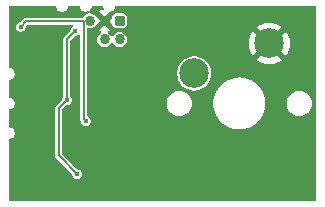
<source format=gbl>
%TF.GenerationSoftware,KiCad,Pcbnew,9.0.0*%
%TF.CreationDate,2025-03-31T12:07:15+01:00*%
%TF.ProjectId,vm_keycap_button_0.2,766d5f6b-6579-4636-9170-5f627574746f,v0.2*%
%TF.SameCoordinates,PX5742de0PY47868c0*%
%TF.FileFunction,Copper,L2,Bot*%
%TF.FilePolarity,Positive*%
%FSLAX45Y45*%
G04 Gerber Fmt 4.5, Leading zero omitted, Abs format (unit mm)*
G04 Created by KiCad (PCBNEW 9.0.0) date 2025-03-31 12:07:15*
%MOMM*%
%LPD*%
G01*
G04 APERTURE LIST*
G04 Aperture macros list*
%AMRoundRect*
0 Rectangle with rounded corners*
0 $1 Rounding radius*
0 $2 $3 $4 $5 $6 $7 $8 $9 X,Y pos of 4 corners*
0 Add a 4 corners polygon primitive as box body*
4,1,4,$2,$3,$4,$5,$6,$7,$8,$9,$2,$3,0*
0 Add four circle primitives for the rounded corners*
1,1,$1+$1,$2,$3*
1,1,$1+$1,$4,$5*
1,1,$1+$1,$6,$7*
1,1,$1+$1,$8,$9*
0 Add four rect primitives between the rounded corners*
20,1,$1+$1,$2,$3,$4,$5,0*
20,1,$1+$1,$4,$5,$6,$7,0*
20,1,$1+$1,$6,$7,$8,$9,0*
20,1,$1+$1,$8,$9,$2,$3,0*%
G04 Aperture macros list end*
%TA.AperFunction,ComponentPad*%
%ADD10RoundRect,0.172720X-0.259080X-0.259080X0.259080X-0.259080X0.259080X0.259080X-0.259080X0.259080X0*%
%TD*%
%TA.AperFunction,ComponentPad*%
%ADD11C,0.863600*%
%TD*%
%TA.AperFunction,ComponentPad*%
%ADD12C,2.500000*%
%TD*%
%TA.AperFunction,ViaPad*%
%ADD13C,0.450000*%
%TD*%
%TA.AperFunction,Conductor*%
%ADD14C,0.200000*%
%TD*%
G04 APERTURE END LIST*
D10*
%TO.P,J1,1,Vcc*%
%TO.N,+3V3*%
X-362500Y700000D03*
D11*
%TO.P,J1,2,SWDIO*%
%TO.N,/SWDIO*%
X-362500Y542520D03*
%TO.P,J1,3,GND*%
%TO.N,GND*%
X-489500Y700000D03*
%TO.P,J1,4,SWDCLK*%
%TO.N,/SWCLK*%
X-489500Y542520D03*
%TO.P,J1,5,~{RESET}*%
%TO.N,/nRESET*%
X-616500Y700000D03*
%TD*%
D12*
%TO.P,SW2,1,1*%
%TO.N,/BUTTON_1*%
X269000Y254000D03*
%TO.P,SW2,2,2*%
%TO.N,GND*%
X904000Y508000D03*
%TD*%
D13*
%TO.N,GND*%
X-1150000Y200000D03*
X-500000Y-450000D03*
X-1150000Y-575000D03*
X-525000Y-675000D03*
X-1150000Y-200000D03*
%TO.N,+3V3*%
X-810000Y30000D03*
X-737500Y615800D03*
X-720000Y-600000D03*
%TO.N,/nRESET*%
X-650000Y-150000D03*
X-1200000Y650000D03*
%TD*%
D14*
%TO.N,+3V3*%
X-880000Y-440000D02*
X-880000Y-40000D01*
X-810000Y543300D02*
X-737500Y615800D01*
X-880000Y-40000D02*
X-810000Y30000D01*
X-720000Y-600000D02*
X-880000Y-440000D01*
X-810000Y30000D02*
X-810000Y543300D01*
%TO.N,/nRESET*%
X-667000Y-133000D02*
X-650000Y-150000D01*
X-1152610Y697390D02*
X-667000Y697390D01*
X-1200000Y650000D02*
X-1152610Y697390D01*
X-667000Y697390D02*
X-667000Y-133000D01*
%TD*%
%TA.AperFunction,Conductor*%
%TO.N,GND*%
G36*
X-901632Y822833D02*
G01*
X-899898Y819316D01*
X-899698Y819370D01*
X-899572Y818902D01*
X-899572Y818901D01*
X-896194Y806294D01*
X-889668Y794990D01*
X-880438Y785760D01*
X-869134Y779234D01*
X-856526Y775856D01*
X-856526Y775856D01*
X-843474Y775856D01*
X-843474Y775856D01*
X-830866Y779234D01*
X-819562Y785760D01*
X-810332Y794990D01*
X-803806Y806294D01*
X-800428Y818901D01*
X-800428Y818902D01*
X-800302Y819370D01*
X-800047Y819302D01*
X-797641Y823470D01*
X-793135Y825000D01*
X-706865Y825000D01*
X-701632Y822833D01*
X-699898Y819316D01*
X-699698Y819370D01*
X-699572Y818902D01*
X-699572Y818901D01*
X-696194Y806294D01*
X-689668Y794990D01*
X-680438Y785760D01*
X-669134Y779234D01*
X-656526Y775856D01*
X-656526Y775856D01*
X-643474Y775856D01*
X-643474Y775856D01*
X-630866Y779234D01*
X-619562Y785760D01*
X-610332Y794990D01*
X-603806Y806294D01*
X-600428Y818901D01*
X-600428Y818902D01*
X-600302Y819370D01*
X-600047Y819302D01*
X-597641Y823470D01*
X-593135Y825000D01*
X-506865Y825000D01*
X-501632Y822833D01*
X-499898Y819316D01*
X-499698Y819370D01*
X-499572Y818902D01*
X-499572Y818901D01*
X-496194Y806294D01*
X-496194Y806293D01*
X-494822Y803917D01*
X-494083Y798302D01*
X-497530Y793809D01*
X-499787Y792959D01*
X-516679Y789599D01*
X-516680Y789599D01*
X-533638Y782575D01*
X-535485Y781341D01*
X-489500Y735355D01*
X-451167Y773688D01*
X-445934Y775856D01*
X-443474Y775856D01*
X-443474Y775856D01*
X-430866Y779234D01*
X-419562Y785760D01*
X-410332Y794990D01*
X-403806Y806294D01*
X-400428Y818901D01*
X-400428Y818902D01*
X-400302Y819370D01*
X-400047Y819302D01*
X-397641Y823470D01*
X-393135Y825000D01*
X1292517Y825000D01*
X1297750Y822833D01*
X1299917Y817600D01*
X1299952Y56126D01*
X1299981Y-597780D01*
X1299991Y-817600D01*
X1297824Y-822832D01*
X1292592Y-825000D01*
X-1292550Y-825000D01*
X-1297783Y-822833D01*
X-1299950Y-817600D01*
X-1299950Y-306914D01*
X-1297783Y-301682D01*
X-1293921Y-299778D01*
X-1293942Y-299698D01*
X-1293540Y-299590D01*
X-1293515Y-299578D01*
X-1293475Y-299572D01*
X-1293474Y-299572D01*
X-1280866Y-296194D01*
X-1269562Y-289668D01*
X-1260332Y-280438D01*
X-1253806Y-269134D01*
X-1250428Y-256526D01*
X-1250428Y-243474D01*
X-1253806Y-230866D01*
X-1260332Y-219562D01*
X-1269562Y-210332D01*
X-1280866Y-203806D01*
X-1293474Y-200428D01*
X-1293474Y-200428D01*
X-1293517Y-200422D01*
X-1293535Y-200411D01*
X-1293942Y-200302D01*
X-1293913Y-200193D01*
X-1298421Y-197590D01*
X-1299950Y-193085D01*
X-1299950Y-56487D01*
X-1297783Y-51254D01*
X-1293921Y-49350D01*
X-1293942Y-49270D01*
X-1293540Y-49162D01*
X-1293515Y-49150D01*
X-1293475Y-49144D01*
X-1293474Y-49144D01*
X-1280866Y-45766D01*
X-1269562Y-39240D01*
X-1260332Y-30010D01*
X-1253806Y-18706D01*
X-1250428Y-6098D01*
X-1250428Y6954D01*
X-1253806Y19562D01*
X-1260332Y30866D01*
X-1269562Y40096D01*
X-1280866Y46622D01*
X-1293474Y50000D01*
X-1293474Y50000D01*
X-1293517Y50006D01*
X-1293535Y50016D01*
X-1293942Y50125D01*
X-1293913Y50235D01*
X-1298421Y52838D01*
X-1299950Y57342D01*
X-1299950Y193513D01*
X-1297783Y198746D01*
X-1293921Y200650D01*
X-1293942Y200730D01*
X-1293540Y200838D01*
X-1293515Y200850D01*
X-1293475Y200856D01*
X-1293474Y200856D01*
X-1280866Y204234D01*
X-1269562Y210760D01*
X-1260332Y219990D01*
X-1253806Y231294D01*
X-1250428Y243901D01*
X-1250428Y256954D01*
X-1253806Y269562D01*
X-1260332Y280866D01*
X-1269562Y290096D01*
X-1280866Y296622D01*
X-1293474Y300000D01*
X-1293474Y300000D01*
X-1293517Y300006D01*
X-1293535Y300017D01*
X-1293942Y300126D01*
X-1293913Y300235D01*
X-1298421Y302838D01*
X-1299950Y307342D01*
X-1299950Y655602D01*
X-1242550Y655602D01*
X-1242550Y644398D01*
X-1239651Y633577D01*
X-1239650Y633576D01*
X-1237922Y630582D01*
X-1234049Y623874D01*
X-1226126Y615952D01*
X-1216424Y610350D01*
X-1205602Y607450D01*
X-1205602Y607450D01*
X-1205602Y607450D01*
X-1194398Y607450D01*
X-1194398Y607450D01*
X-1183576Y610350D01*
X-1173874Y615952D01*
X-1165952Y623874D01*
X-1160350Y633576D01*
X-1157450Y644398D01*
X-1157450Y644398D01*
X-1157450Y646988D01*
X-1155283Y652220D01*
X-1142330Y665173D01*
X-1137098Y667340D01*
X-760947Y667340D01*
X-755715Y665173D01*
X-753547Y659940D01*
X-755715Y654707D01*
X-757247Y653531D01*
X-763626Y649849D01*
X-771548Y641926D01*
X-777150Y632224D01*
X-777150Y632223D01*
X-780050Y621402D01*
X-780050Y618812D01*
X-782217Y613580D01*
X-834046Y561751D01*
X-838002Y554899D01*
X-838002Y554899D01*
X-840050Y547257D01*
X-840050Y63190D01*
X-842217Y57957D01*
X-844048Y56126D01*
X-849650Y46424D01*
X-849650Y46423D01*
X-852550Y35602D01*
X-852550Y33012D01*
X-854717Y27780D01*
X-904046Y-21549D01*
X-908002Y-28401D01*
X-908002Y-28401D01*
X-910050Y-36044D01*
X-910050Y-443956D01*
X-908002Y-451598D01*
X-908002Y-451599D01*
X-904046Y-458451D01*
X-764717Y-597780D01*
X-762550Y-603012D01*
X-762550Y-605602D01*
X-759650Y-616423D01*
X-759650Y-616424D01*
X-759650Y-616424D01*
X-754048Y-626126D01*
X-746126Y-634049D01*
X-736424Y-639650D01*
X-725602Y-642550D01*
X-725602Y-642550D01*
X-725602Y-642550D01*
X-714398Y-642550D01*
X-714398Y-642550D01*
X-703576Y-639650D01*
X-693874Y-634049D01*
X-685952Y-626126D01*
X-680350Y-616424D01*
X-677450Y-605602D01*
X-677450Y-605602D01*
X-677450Y-594398D01*
X-677450Y-594398D01*
X-680350Y-583577D01*
X-680350Y-583576D01*
X-685952Y-573874D01*
X-693874Y-565952D01*
X-703576Y-560350D01*
X-703577Y-560350D01*
X-714398Y-557450D01*
X-714398Y-557450D01*
X-716988Y-557450D01*
X-722220Y-555283D01*
X-847783Y-429720D01*
X-849950Y-424488D01*
X-849950Y-55512D01*
X-847783Y-50280D01*
X-812220Y-14717D01*
X-806988Y-12550D01*
X-804398Y-12550D01*
X-804398Y-12550D01*
X-793576Y-9650D01*
X-783874Y-4048D01*
X-775951Y3874D01*
X-770350Y13576D01*
X-767450Y24398D01*
X-767450Y24398D01*
X-767450Y35602D01*
X-767450Y35602D01*
X-769438Y43022D01*
X-770350Y46424D01*
X-775951Y56126D01*
X-777783Y57957D01*
X-779950Y63190D01*
X-779950Y527788D01*
X-777783Y533020D01*
X-739720Y571083D01*
X-734488Y573250D01*
X-731898Y573250D01*
X-731898Y573250D01*
X-721076Y576150D01*
X-711374Y581752D01*
X-709683Y583443D01*
X-704450Y585610D01*
X-699217Y583443D01*
X-697050Y578210D01*
X-697050Y-136956D01*
X-695002Y-144599D01*
X-695002Y-144599D01*
X-693542Y-147129D01*
X-692550Y-150829D01*
X-692550Y-155602D01*
X-689651Y-166423D01*
X-689650Y-166424D01*
X-689650Y-166424D01*
X-684049Y-176126D01*
X-676126Y-184048D01*
X-666424Y-189650D01*
X-655602Y-192550D01*
X-655602Y-192550D01*
X-655602Y-192550D01*
X-644398Y-192550D01*
X-644398Y-192550D01*
X-633576Y-189650D01*
X-623874Y-184048D01*
X-615952Y-176126D01*
X-610350Y-166424D01*
X-607450Y-155602D01*
X-607450Y-155602D01*
X-607450Y-144398D01*
X-607450Y-144398D01*
X-610350Y-133577D01*
X-610350Y-133576D01*
X-615952Y-123874D01*
X-623874Y-115951D01*
X-629232Y-112858D01*
X-633250Y-110538D01*
X-636698Y-106045D01*
X-636950Y-104129D01*
X-636950Y8465D01*
X34450Y8465D01*
X34450Y-8464D01*
X37098Y-25184D01*
X37098Y-25186D01*
X42329Y-41284D01*
X50015Y-56368D01*
X59965Y-70064D01*
X59965Y-70064D01*
X71936Y-82035D01*
X71936Y-82035D01*
X71936Y-82035D01*
X85631Y-91985D01*
X92773Y-95624D01*
X100715Y-99670D01*
X100715Y-99670D01*
X100716Y-99671D01*
X116814Y-104901D01*
X116815Y-104902D01*
X116815Y-104902D01*
X124031Y-106045D01*
X133536Y-107550D01*
X133536Y-107550D01*
X150465Y-107550D01*
X154644Y-106888D01*
X167185Y-104902D01*
X167185Y-104901D01*
X167186Y-104901D01*
X183284Y-99671D01*
X183284Y-99671D01*
X183285Y-99670D01*
X198368Y-91985D01*
X212064Y-82035D01*
X224035Y-70064D01*
X233985Y-56368D01*
X241670Y-41285D01*
X243373Y-36044D01*
X246901Y-25186D01*
X246901Y-25185D01*
X246902Y-25185D01*
X249550Y-8464D01*
X249550Y8464D01*
X248740Y13576D01*
X248606Y14423D01*
X429950Y14423D01*
X429950Y-14423D01*
X430888Y-21549D01*
X433715Y-43022D01*
X441181Y-70885D01*
X452219Y-97534D01*
X452219Y-97534D01*
X466642Y-122515D01*
X466643Y-122516D01*
X477723Y-136956D01*
X484203Y-145400D01*
X504600Y-165797D01*
X514559Y-173439D01*
X527484Y-183357D01*
X527485Y-183358D01*
X528681Y-184048D01*
X552466Y-197780D01*
X579116Y-208819D01*
X606978Y-216285D01*
X635577Y-220050D01*
X635577Y-220050D01*
X664423Y-220050D01*
X664423Y-220050D01*
X693022Y-216285D01*
X720884Y-208819D01*
X747534Y-197780D01*
X772516Y-183357D01*
X795400Y-165797D01*
X815797Y-145400D01*
X833357Y-122516D01*
X847780Y-97534D01*
X858819Y-70885D01*
X866285Y-43022D01*
X870050Y-14423D01*
X870050Y8465D01*
X1050450Y8465D01*
X1050450Y-8464D01*
X1053098Y-25184D01*
X1053098Y-25186D01*
X1058329Y-41284D01*
X1066015Y-56368D01*
X1075965Y-70064D01*
X1075965Y-70064D01*
X1087936Y-82035D01*
X1087936Y-82035D01*
X1087936Y-82035D01*
X1101631Y-91985D01*
X1108773Y-95624D01*
X1116715Y-99670D01*
X1116715Y-99670D01*
X1116716Y-99671D01*
X1132814Y-104901D01*
X1132815Y-104902D01*
X1132815Y-104902D01*
X1140031Y-106045D01*
X1149536Y-107550D01*
X1149536Y-107550D01*
X1166465Y-107550D01*
X1170644Y-106888D01*
X1183185Y-104902D01*
X1183185Y-104901D01*
X1183186Y-104901D01*
X1199284Y-99671D01*
X1199284Y-99671D01*
X1199285Y-99670D01*
X1214369Y-91985D01*
X1228064Y-82035D01*
X1240035Y-70064D01*
X1249985Y-56368D01*
X1257671Y-41285D01*
X1259374Y-36044D01*
X1262902Y-25186D01*
X1262902Y-25185D01*
X1262902Y-25185D01*
X1265550Y-8464D01*
X1265550Y8464D01*
X1262902Y25185D01*
X1262902Y25185D01*
X1262902Y25186D01*
X1257671Y41284D01*
X1257671Y41285D01*
X1257671Y41285D01*
X1251784Y52838D01*
X1249985Y56369D01*
X1240035Y70064D01*
X1240035Y70064D01*
X1240035Y70064D01*
X1228064Y82035D01*
X1228064Y82035D01*
X1228064Y82035D01*
X1214369Y91985D01*
X1199284Y99671D01*
X1183186Y104902D01*
X1183184Y104902D01*
X1166465Y107550D01*
X1166464Y107550D01*
X1149536Y107550D01*
X1149536Y107550D01*
X1132816Y104902D01*
X1132814Y104902D01*
X1116716Y99671D01*
X1101631Y91985D01*
X1087936Y82035D01*
X1075965Y70064D01*
X1066015Y56369D01*
X1058329Y41284D01*
X1053098Y25186D01*
X1053098Y25184D01*
X1050450Y8465D01*
X870050Y8465D01*
X870050Y14423D01*
X866285Y43022D01*
X858819Y70885D01*
X847780Y97534D01*
X833357Y122516D01*
X815797Y145400D01*
X795400Y165797D01*
X779527Y177977D01*
X772516Y183357D01*
X772515Y183358D01*
X747534Y197780D01*
X747534Y197781D01*
X720885Y208819D01*
X693022Y216285D01*
X671953Y219059D01*
X664423Y220050D01*
X635577Y220050D01*
X628923Y219174D01*
X606978Y216285D01*
X579115Y208819D01*
X552466Y197781D01*
X552466Y197780D01*
X527485Y183358D01*
X527484Y183357D01*
X504599Y165797D01*
X484203Y145401D01*
X466643Y122516D01*
X466642Y122515D01*
X452219Y97534D01*
X452219Y97534D01*
X441181Y70885D01*
X433715Y43022D01*
X430627Y19562D01*
X429950Y14423D01*
X248606Y14423D01*
X247026Y24398D01*
X246902Y25185D01*
X246902Y25185D01*
X246901Y25186D01*
X241671Y41284D01*
X241670Y41285D01*
X241670Y41285D01*
X235784Y52838D01*
X233985Y56369D01*
X224035Y70064D01*
X224035Y70064D01*
X224035Y70064D01*
X212064Y82035D01*
X212064Y82035D01*
X212064Y82035D01*
X198368Y91985D01*
X183284Y99671D01*
X167186Y104902D01*
X167184Y104902D01*
X150465Y107550D01*
X150464Y107550D01*
X133536Y107550D01*
X133536Y107550D01*
X116815Y104902D01*
X116814Y104902D01*
X100716Y99671D01*
X85631Y91985D01*
X71936Y82035D01*
X59965Y70064D01*
X50015Y56369D01*
X42329Y41284D01*
X37098Y25186D01*
X37098Y25184D01*
X34450Y8465D01*
X-636950Y8465D01*
X-636950Y265416D01*
X123950Y265416D01*
X123950Y242584D01*
X127521Y220034D01*
X127522Y220033D01*
X134577Y198321D01*
X142201Y183357D01*
X144942Y177977D01*
X158362Y159506D01*
X174506Y143362D01*
X192977Y129942D01*
X213320Y119577D01*
X213320Y119577D01*
X213321Y119577D01*
X235033Y112522D01*
X235033Y112522D01*
X235034Y112522D01*
X250067Y110141D01*
X257584Y108950D01*
X257584Y108950D01*
X280416Y108950D01*
X286053Y109843D01*
X302966Y112522D01*
X302967Y112522D01*
X302967Y112522D01*
X324679Y119577D01*
X324679Y119577D01*
X324680Y119577D01*
X345023Y129942D01*
X363494Y143362D01*
X379638Y159506D01*
X393058Y177977D01*
X403423Y198320D01*
X405345Y204234D01*
X410478Y220033D01*
X410478Y220033D01*
X410478Y220034D01*
X414050Y242584D01*
X414050Y265416D01*
X410478Y287966D01*
X410478Y287967D01*
X410478Y287967D01*
X403423Y309679D01*
X403423Y309680D01*
X403423Y309680D01*
X393058Y330023D01*
X379638Y348494D01*
X363494Y364638D01*
X363493Y364638D01*
X363493Y364638D01*
X363390Y364713D01*
X363390Y364713D01*
X363390Y364713D01*
X345023Y378058D01*
X345023Y378058D01*
X345023Y378058D01*
X324679Y388423D01*
X302967Y395478D01*
X302966Y395478D01*
X280416Y399050D01*
X280416Y399050D01*
X257584Y399050D01*
X257584Y399050D01*
X235034Y395478D01*
X235033Y395478D01*
X213321Y388423D01*
X192977Y378058D01*
X174507Y364638D01*
X158362Y348493D01*
X144942Y330023D01*
X134577Y309679D01*
X127522Y287967D01*
X127521Y287966D01*
X123950Y265416D01*
X-636950Y265416D01*
X-636950Y548748D01*
X-552730Y548748D01*
X-552730Y536293D01*
X-550300Y524077D01*
X-550300Y524076D01*
X-545534Y512570D01*
X-545534Y512569D01*
X-545534Y512569D01*
X-538614Y502213D01*
X-529807Y493406D01*
X-519451Y486486D01*
X-519450Y486486D01*
X-519450Y486486D01*
X-507944Y481720D01*
X-507943Y481720D01*
X-495728Y479290D01*
X-495727Y479290D01*
X-483272Y479290D01*
X-483272Y479290D01*
X-471056Y481720D01*
X-459549Y486486D01*
X-449193Y493406D01*
X-440386Y502213D01*
X-433466Y512569D01*
X-432837Y514089D01*
X-428832Y518094D01*
X-423168Y518094D01*
X-419163Y514090D01*
X-418534Y512569D01*
X-411614Y502213D01*
X-402807Y493406D01*
X-392451Y486486D01*
X-392450Y486486D01*
X-392450Y486486D01*
X-380944Y481720D01*
X-380943Y481720D01*
X-368728Y479290D01*
X-368727Y479290D01*
X-356272Y479290D01*
X-356272Y479290D01*
X-344057Y481720D01*
X-332549Y486486D01*
X-322193Y493406D01*
X-313386Y502213D01*
X-306466Y512569D01*
X-303608Y519470D01*
X729000Y519470D01*
X729000Y496530D01*
X731994Y473787D01*
X731994Y473786D01*
X737932Y451627D01*
X746710Y430434D01*
X746710Y430433D01*
X758180Y410567D01*
X758181Y410566D01*
X763838Y403194D01*
X763838Y403193D01*
X836242Y475598D01*
X837536Y472474D01*
X845744Y460190D01*
X856190Y449744D01*
X868474Y441536D01*
X871597Y440242D01*
X799193Y367838D01*
X806566Y362181D01*
X806567Y362180D01*
X826433Y350710D01*
X826434Y350710D01*
X847627Y341932D01*
X869786Y335994D01*
X869786Y335994D01*
X892530Y333000D01*
X915470Y333000D01*
X938213Y335994D01*
X938214Y335994D01*
X960372Y341932D01*
X981566Y350710D01*
X981566Y350710D01*
X1001433Y362181D01*
X1008806Y367838D01*
X936402Y440242D01*
X939526Y441536D01*
X951810Y449744D01*
X962256Y460190D01*
X970464Y472474D01*
X971758Y475598D01*
X1044162Y403194D01*
X1049819Y410567D01*
X1061290Y430433D01*
X1061290Y430434D01*
X1070068Y451627D01*
X1076006Y473786D01*
X1076006Y473787D01*
X1079000Y496530D01*
X1079000Y519470D01*
X1076006Y542214D01*
X1076006Y542214D01*
X1070068Y564373D01*
X1061290Y585566D01*
X1061290Y585567D01*
X1049820Y605433D01*
X1049819Y605434D01*
X1044162Y612807D01*
X971758Y540403D01*
X970464Y543526D01*
X962256Y555810D01*
X951810Y566256D01*
X939526Y574464D01*
X936402Y575758D01*
X1008806Y648162D01*
X1008806Y648162D01*
X1001434Y653819D01*
X1001433Y653820D01*
X981566Y665290D01*
X981566Y665290D01*
X960372Y674068D01*
X938214Y680006D01*
X938213Y680006D01*
X915470Y683000D01*
X892530Y683000D01*
X869786Y680006D01*
X869786Y680006D01*
X847627Y674068D01*
X826434Y665290D01*
X826433Y665290D01*
X806567Y653820D01*
X799193Y648162D01*
X871597Y575758D01*
X868474Y574464D01*
X856190Y566256D01*
X845744Y555810D01*
X837536Y543526D01*
X836242Y540403D01*
X763838Y612807D01*
X758180Y605433D01*
X746710Y585567D01*
X746710Y585566D01*
X737932Y564373D01*
X731994Y542214D01*
X731994Y542214D01*
X729000Y519470D01*
X-303608Y519470D01*
X-301700Y524076D01*
X-299270Y536292D01*
X-299270Y548748D01*
X-301700Y560964D01*
X-303112Y564373D01*
X-306466Y572470D01*
X-307798Y574464D01*
X-313386Y582827D01*
X-322193Y591634D01*
X-332549Y598554D01*
X-332550Y598554D01*
X-332550Y598554D01*
X-344056Y603320D01*
X-344057Y603320D01*
X-353260Y605151D01*
X-356272Y605750D01*
X-368728Y605750D01*
X-371144Y605269D01*
X-380943Y603320D01*
X-380944Y603320D01*
X-392450Y598554D01*
X-402806Y591634D01*
X-411614Y582826D01*
X-418534Y572471D01*
X-419163Y570951D01*
X-423168Y566946D01*
X-428832Y566946D01*
X-432837Y570951D01*
X-433466Y572471D01*
X-440386Y582826D01*
X-440386Y582827D01*
X-449193Y591634D01*
X-459549Y598554D01*
X-459549Y598554D01*
X-459852Y598756D01*
X-459765Y598885D01*
X-463041Y602878D01*
X-462486Y608515D01*
X-458792Y611863D01*
X-445363Y617425D01*
X-443515Y618660D01*
X-443515Y618660D01*
X-489500Y664645D01*
X-535485Y618660D01*
X-535485Y618660D01*
X-533638Y617425D01*
X-520208Y611863D01*
X-516204Y607858D01*
X-516204Y602194D01*
X-519221Y598864D01*
X-519148Y598756D01*
X-529806Y591634D01*
X-538614Y582826D01*
X-545534Y572470D01*
X-550300Y560964D01*
X-550300Y560963D01*
X-552730Y548748D01*
X-636950Y548748D01*
X-636950Y630582D01*
X-634783Y635815D01*
X-629550Y637982D01*
X-628106Y637840D01*
X-628042Y637827D01*
X-622728Y636770D01*
X-622728Y636770D01*
X-610273Y636770D01*
X-610272Y636770D01*
X-598057Y639200D01*
X-586549Y643966D01*
X-576193Y650886D01*
X-575340Y651739D01*
X-571543Y653312D01*
X-524855Y700000D01*
X-524855Y700000D01*
X-528534Y703678D01*
X-517440Y703678D01*
X-517440Y696322D01*
X-515536Y689216D01*
X-511858Y682844D01*
X-506656Y677642D01*
X-500284Y673964D01*
X-493178Y672060D01*
X-485822Y672060D01*
X-478716Y673964D01*
X-472344Y677642D01*
X-467142Y682844D01*
X-463464Y689216D01*
X-461560Y696322D01*
X-461560Y700000D01*
X-454145Y700000D01*
X-427643Y673498D01*
X-425553Y669333D01*
X-424673Y663295D01*
X-420041Y653820D01*
X-419202Y652105D01*
X-410395Y643298D01*
X-399205Y637827D01*
X-391950Y636770D01*
X-391950Y636770D01*
X-333050Y636770D01*
X-333050Y636770D01*
X-325795Y637827D01*
X-314605Y643298D01*
X-305798Y652105D01*
X-300327Y663295D01*
X-299270Y670550D01*
X-299270Y729450D01*
X-300327Y736705D01*
X-305798Y747895D01*
X-314605Y756702D01*
X-325795Y762173D01*
X-333049Y763230D01*
X-333050Y763230D01*
X-391950Y763230D01*
X-391951Y763230D01*
X-399205Y762173D01*
X-410395Y756702D01*
X-419202Y747895D01*
X-424673Y736705D01*
X-425553Y730668D01*
X-427643Y726502D01*
X-454145Y700000D01*
X-461560Y700000D01*
X-461560Y703678D01*
X-463464Y710784D01*
X-467142Y717156D01*
X-472344Y722358D01*
X-478716Y726036D01*
X-485822Y727940D01*
X-493178Y727940D01*
X-500284Y726036D01*
X-506656Y722358D01*
X-511858Y717156D01*
X-515536Y710784D01*
X-517440Y703678D01*
X-528534Y703678D01*
X-571682Y746826D01*
X-574802Y747773D01*
X-575339Y748260D01*
X-576193Y749114D01*
X-586549Y756034D01*
X-586550Y756034D01*
X-586550Y756034D01*
X-598056Y760800D01*
X-598057Y760800D01*
X-607260Y762631D01*
X-610272Y763230D01*
X-622728Y763230D01*
X-625144Y762749D01*
X-634943Y760800D01*
X-634944Y760800D01*
X-646450Y756034D01*
X-656806Y749114D01*
X-665614Y740306D01*
X-672014Y730729D01*
X-676723Y727582D01*
X-678167Y727440D01*
X-1156566Y727440D01*
X-1164209Y725392D01*
X-1164209Y725392D01*
X-1171061Y721436D01*
X-1197780Y694717D01*
X-1203012Y692550D01*
X-1205602Y692550D01*
X-1216423Y689651D01*
X-1216424Y689650D01*
X-1226126Y684049D01*
X-1234049Y676126D01*
X-1239650Y666424D01*
X-1239651Y666423D01*
X-1242550Y655602D01*
X-1299950Y655602D01*
X-1299950Y817600D01*
X-1297783Y822833D01*
X-1292550Y825000D01*
X-906865Y825000D01*
X-901632Y822833D01*
G37*
%TD.AperFunction*%
%TD*%
M02*

</source>
